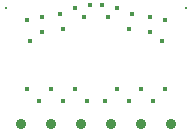
<source format=gbr>
%TF.GenerationSoftware,Altium Limited,Altium Designer,21.3.2 (30)*%
G04 Layer_Color=0*
%FSLAX44Y44*%
%MOMM*%
%TF.SameCoordinates,675AFF39-0D07-4396-8A84-043E8CC343DD*%
%TF.FilePolarity,Positive*%
%TF.FileFunction,Plated,1,4,PTH,Drill*%
%TF.Part,Single*%
G01*
G75*
%TA.AperFunction,ComponentDrill*%
%ADD38C,0.9000*%
%TA.AperFunction,ViaDrill,NotFilled*%
%ADD39C,0.3810*%
%ADD40C,0.2540*%
D38*
X-63500Y-100000D02*
D03*
X-38100D02*
D03*
X-12700D02*
D03*
X12700D02*
D03*
X38100D02*
D03*
X63500D02*
D03*
D39*
X58420Y-71120D02*
D03*
X48260Y-81280D02*
D03*
X38100Y-71120D02*
D03*
X27940Y-81280D02*
D03*
X17780Y-71120D02*
D03*
X7620Y-81280D02*
D03*
X-7620D02*
D03*
X-17780Y-71120D02*
D03*
X-27940Y-81280D02*
D03*
X-38100Y-71120D02*
D03*
X-48260Y-81280D02*
D03*
X-58420Y-71120D02*
D03*
X10160Y-10160D02*
D03*
X17780Y-2540D02*
D03*
X-17780D02*
D03*
X-5080Y0D02*
D03*
X5080D02*
D03*
X-10160Y-10160D02*
D03*
X45720Y-22860D02*
D03*
X-27940Y-20320D02*
D03*
X27940D02*
D03*
X-45720Y-10160D02*
D03*
X45720D02*
D03*
X30480Y-7620D02*
D03*
X-55880Y-30480D02*
D03*
X-45720Y-22860D02*
D03*
X55880Y-30480D02*
D03*
X-30480Y-7620D02*
D03*
X-58420Y-12700D02*
D03*
X58420D02*
D03*
D40*
X76200Y-2540D02*
D03*
X-76200D02*
D03*
%TF.MD5,69511e5f8094c0170d907f85a8c73dc6*%
M02*

</source>
